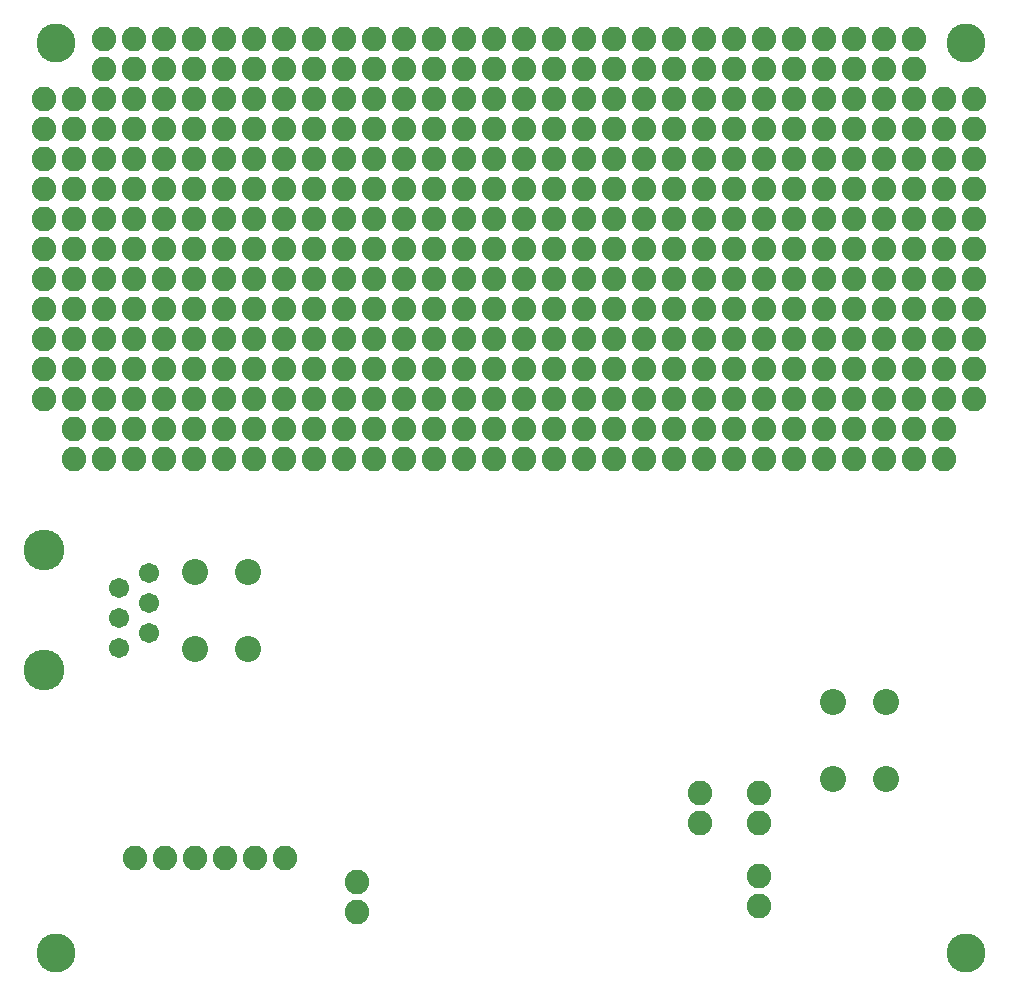
<source format=gbs>
G04*
G04 #@! TF.GenerationSoftware,Altium Limited,CircuitStudio,1.5.1 (13)*
G04*
G04 Layer_Color=8150272*
%FSLAX25Y25*%
%MOIN*%
G70*
G01*
G75*
%ADD96C,0.06706*%
%ADD97C,0.13595*%
%ADD98C,0.08200*%
%ADD99C,0.13005*%
%ADD100C,0.08674*%
D96*
X430512Y511122D02*
D03*
X440512Y516122D02*
D03*
X430512Y521122D02*
D03*
X440512Y526122D02*
D03*
X430512Y531122D02*
D03*
X440512Y536122D02*
D03*
D97*
X405512Y503622D02*
D03*
Y543622D02*
D03*
D98*
X615512Y574016D02*
D03*
X605512D02*
D03*
X595512D02*
D03*
X585512D02*
D03*
X575512D02*
D03*
X565512D02*
D03*
X555512D02*
D03*
X545512D02*
D03*
X465512D02*
D03*
X475512D02*
D03*
X485512D02*
D03*
X495512D02*
D03*
X505512D02*
D03*
X515512D02*
D03*
X525512D02*
D03*
X535512D02*
D03*
X455512D02*
D03*
X445512D02*
D03*
X435512D02*
D03*
X425512D02*
D03*
X415512D02*
D03*
Y584016D02*
D03*
X425512D02*
D03*
X435512D02*
D03*
X445512D02*
D03*
X455512D02*
D03*
X535512D02*
D03*
X525512D02*
D03*
X515512D02*
D03*
X505512D02*
D03*
X495512D02*
D03*
X485512D02*
D03*
X475512D02*
D03*
X465512D02*
D03*
X545512D02*
D03*
X555512D02*
D03*
X565512D02*
D03*
X575512D02*
D03*
X585512D02*
D03*
X595512D02*
D03*
X605512D02*
D03*
X615512D02*
D03*
Y624016D02*
D03*
X605512D02*
D03*
X595512D02*
D03*
X585512D02*
D03*
X575512D02*
D03*
X565512D02*
D03*
X555512D02*
D03*
X545512D02*
D03*
X465512D02*
D03*
X475512D02*
D03*
X485512D02*
D03*
X495512D02*
D03*
X505512D02*
D03*
X515512D02*
D03*
X525512D02*
D03*
X535512D02*
D03*
X455512D02*
D03*
X445512D02*
D03*
X435512D02*
D03*
X425512D02*
D03*
X415512D02*
D03*
Y614016D02*
D03*
X425512D02*
D03*
X435512D02*
D03*
X445512D02*
D03*
X455512D02*
D03*
X535512D02*
D03*
X525512D02*
D03*
X515512D02*
D03*
X505512D02*
D03*
X495512D02*
D03*
X485512D02*
D03*
X475512D02*
D03*
X465512D02*
D03*
X545512D02*
D03*
X555512D02*
D03*
X565512D02*
D03*
X575512D02*
D03*
X585512D02*
D03*
X595512D02*
D03*
X605512D02*
D03*
X615512D02*
D03*
X625512D02*
D03*
Y624016D02*
D03*
Y584016D02*
D03*
Y574016D02*
D03*
X405512Y614016D02*
D03*
Y624016D02*
D03*
X685512D02*
D03*
Y614016D02*
D03*
X675512D02*
D03*
X665512D02*
D03*
X655512D02*
D03*
X645512D02*
D03*
X635512D02*
D03*
Y624016D02*
D03*
X645512D02*
D03*
X655512D02*
D03*
X665512D02*
D03*
X675512D02*
D03*
X715512Y614016D02*
D03*
X705512D02*
D03*
X695512D02*
D03*
Y624016D02*
D03*
X705512D02*
D03*
X715512D02*
D03*
Y684016D02*
D03*
X705512D02*
D03*
X695512D02*
D03*
Y634016D02*
D03*
X705512D02*
D03*
X715512D02*
D03*
X675512Y684016D02*
D03*
X665512D02*
D03*
X655512D02*
D03*
X645512D02*
D03*
X635512D02*
D03*
Y634016D02*
D03*
X645512D02*
D03*
X655512D02*
D03*
X665512D02*
D03*
X675512D02*
D03*
X685512D02*
D03*
Y684016D02*
D03*
X405512D02*
D03*
Y634016D02*
D03*
X625512Y684016D02*
D03*
Y634016D02*
D03*
X615512D02*
D03*
X605512D02*
D03*
X595512D02*
D03*
X585512D02*
D03*
X575512D02*
D03*
X565512D02*
D03*
X555512D02*
D03*
X545512D02*
D03*
X465512D02*
D03*
X475512D02*
D03*
X485512D02*
D03*
X495512D02*
D03*
X505512D02*
D03*
X515512D02*
D03*
X525512D02*
D03*
X535512D02*
D03*
X455512D02*
D03*
X445512D02*
D03*
X435512D02*
D03*
X425512D02*
D03*
X415512D02*
D03*
Y684016D02*
D03*
X425512D02*
D03*
X435512D02*
D03*
X445512D02*
D03*
X455512D02*
D03*
X535512D02*
D03*
X525512D02*
D03*
X515512D02*
D03*
X505512D02*
D03*
X495512D02*
D03*
X485512D02*
D03*
X475512D02*
D03*
X465512D02*
D03*
X545512D02*
D03*
X555512D02*
D03*
X565512D02*
D03*
X575512D02*
D03*
X585512D02*
D03*
X595512D02*
D03*
X605512D02*
D03*
X615512D02*
D03*
X695512Y704016D02*
D03*
Y694016D02*
D03*
X705512D02*
D03*
X715512D02*
D03*
X675512Y704016D02*
D03*
X665512D02*
D03*
X655512D02*
D03*
X645512D02*
D03*
X635512D02*
D03*
Y694016D02*
D03*
X645512D02*
D03*
X655512D02*
D03*
X665512D02*
D03*
X675512D02*
D03*
X685512D02*
D03*
Y704016D02*
D03*
X405512Y694016D02*
D03*
X625512Y704016D02*
D03*
Y694016D02*
D03*
X615512D02*
D03*
X605512D02*
D03*
X595512D02*
D03*
X585512D02*
D03*
X575512D02*
D03*
X565512D02*
D03*
X555512D02*
D03*
X545512D02*
D03*
X465512D02*
D03*
X475512D02*
D03*
X485512D02*
D03*
X495512D02*
D03*
X505512D02*
D03*
X515512D02*
D03*
X525512D02*
D03*
X535512D02*
D03*
X455512D02*
D03*
X445512D02*
D03*
X435512D02*
D03*
X425512D02*
D03*
X415512D02*
D03*
X425512Y704016D02*
D03*
X435512D02*
D03*
X445512D02*
D03*
X455512D02*
D03*
X535512D02*
D03*
X525512D02*
D03*
X515512D02*
D03*
X505512D02*
D03*
X495512D02*
D03*
X485512D02*
D03*
X475512D02*
D03*
X465512D02*
D03*
X545512D02*
D03*
X555512D02*
D03*
X565512D02*
D03*
X575512D02*
D03*
X585512D02*
D03*
X595512D02*
D03*
X605512D02*
D03*
X615512D02*
D03*
X715512Y604016D02*
D03*
X705512D02*
D03*
X695512D02*
D03*
Y594016D02*
D03*
X705512D02*
D03*
X715512D02*
D03*
X675512Y604016D02*
D03*
X665512D02*
D03*
X655512D02*
D03*
X645512D02*
D03*
X635512D02*
D03*
Y594016D02*
D03*
X645512D02*
D03*
X655512D02*
D03*
X665512D02*
D03*
X675512D02*
D03*
X685512D02*
D03*
Y604016D02*
D03*
X405512D02*
D03*
Y594016D02*
D03*
X625512Y604016D02*
D03*
Y594016D02*
D03*
X615512D02*
D03*
X605512D02*
D03*
X595512D02*
D03*
X585512D02*
D03*
X575512D02*
D03*
X565512D02*
D03*
X555512D02*
D03*
X545512D02*
D03*
X465512D02*
D03*
X475512D02*
D03*
X485512D02*
D03*
X495512D02*
D03*
X505512D02*
D03*
X515512D02*
D03*
X525512D02*
D03*
X535512D02*
D03*
X455512D02*
D03*
X445512D02*
D03*
X435512D02*
D03*
X425512D02*
D03*
X415512D02*
D03*
Y604016D02*
D03*
X425512D02*
D03*
X435512D02*
D03*
X445512D02*
D03*
X455512D02*
D03*
X535512D02*
D03*
X525512D02*
D03*
X515512D02*
D03*
X505512D02*
D03*
X495512D02*
D03*
X485512D02*
D03*
X475512D02*
D03*
X465512D02*
D03*
X545512D02*
D03*
X555512D02*
D03*
X565512D02*
D03*
X575512D02*
D03*
X585512D02*
D03*
X595512D02*
D03*
X605512D02*
D03*
X615512D02*
D03*
X695512Y714016D02*
D03*
X635512D02*
D03*
X645512D02*
D03*
X655512D02*
D03*
X665512D02*
D03*
X675512D02*
D03*
X685512D02*
D03*
X625512D02*
D03*
X615512D02*
D03*
X605512D02*
D03*
X595512D02*
D03*
X585512D02*
D03*
X575512D02*
D03*
X565512D02*
D03*
X555512D02*
D03*
X545512D02*
D03*
X465512D02*
D03*
X475512D02*
D03*
X485512D02*
D03*
X495512D02*
D03*
X505512D02*
D03*
X515512D02*
D03*
X525512D02*
D03*
X535512D02*
D03*
X455512D02*
D03*
X445512D02*
D03*
X435512D02*
D03*
X425512D02*
D03*
X695512Y584016D02*
D03*
X685512D02*
D03*
X675512D02*
D03*
X665512D02*
D03*
X655512D02*
D03*
X645512D02*
D03*
X635512D02*
D03*
Y574016D02*
D03*
X645512D02*
D03*
X655512D02*
D03*
X665512D02*
D03*
X675512D02*
D03*
X685512D02*
D03*
X695512D02*
D03*
X705512D02*
D03*
Y584016D02*
D03*
X415512Y674016D02*
D03*
X425512D02*
D03*
X435512D02*
D03*
X445512D02*
D03*
X455512D02*
D03*
X535512D02*
D03*
X525512D02*
D03*
X515512D02*
D03*
X505512D02*
D03*
X495512D02*
D03*
X485512D02*
D03*
X475512D02*
D03*
X465512D02*
D03*
X545512D02*
D03*
X555512D02*
D03*
X565512D02*
D03*
X575512D02*
D03*
X585512D02*
D03*
X595512D02*
D03*
X605512D02*
D03*
X615512D02*
D03*
X625512D02*
D03*
X405512D02*
D03*
X685512D02*
D03*
X675512D02*
D03*
X665512D02*
D03*
X655512D02*
D03*
X645512D02*
D03*
X635512D02*
D03*
X715512D02*
D03*
X705512D02*
D03*
X695512D02*
D03*
X715512Y664016D02*
D03*
X705512D02*
D03*
X695512D02*
D03*
Y654016D02*
D03*
X705512D02*
D03*
X715512D02*
D03*
X675512Y664016D02*
D03*
X665512D02*
D03*
X655512D02*
D03*
X645512D02*
D03*
X635512D02*
D03*
Y654016D02*
D03*
X645512D02*
D03*
X655512D02*
D03*
X665512D02*
D03*
X675512D02*
D03*
X685512D02*
D03*
Y664016D02*
D03*
X405512D02*
D03*
Y654016D02*
D03*
X625512Y664016D02*
D03*
Y654016D02*
D03*
X615512D02*
D03*
X605512D02*
D03*
X595512D02*
D03*
X585512D02*
D03*
X575512D02*
D03*
X565512D02*
D03*
X555512D02*
D03*
X545512D02*
D03*
X465512D02*
D03*
X475512D02*
D03*
X485512D02*
D03*
X495512D02*
D03*
X505512D02*
D03*
X515512D02*
D03*
X525512D02*
D03*
X535512D02*
D03*
X455512D02*
D03*
X445512D02*
D03*
X435512D02*
D03*
X425512D02*
D03*
X415512D02*
D03*
Y664016D02*
D03*
X425512D02*
D03*
X435512D02*
D03*
X445512D02*
D03*
X455512D02*
D03*
X535512D02*
D03*
X525512D02*
D03*
X515512D02*
D03*
X505512D02*
D03*
X495512D02*
D03*
X485512D02*
D03*
X475512D02*
D03*
X465512D02*
D03*
X545512D02*
D03*
X555512D02*
D03*
X565512D02*
D03*
X575512D02*
D03*
X585512D02*
D03*
X595512D02*
D03*
X605512D02*
D03*
X615512D02*
D03*
X415512Y644016D02*
D03*
X425512D02*
D03*
X435512D02*
D03*
X445512D02*
D03*
X455512D02*
D03*
X535512D02*
D03*
X525512D02*
D03*
X515512D02*
D03*
X505512D02*
D03*
X495512D02*
D03*
X485512D02*
D03*
X475512D02*
D03*
X465512D02*
D03*
X545512D02*
D03*
X555512D02*
D03*
X565512D02*
D03*
X575512D02*
D03*
X585512D02*
D03*
X595512D02*
D03*
X605512D02*
D03*
X615512D02*
D03*
X625512D02*
D03*
X405512D02*
D03*
X685512D02*
D03*
X675512D02*
D03*
X665512D02*
D03*
X655512D02*
D03*
X645512D02*
D03*
X635512D02*
D03*
X715512D02*
D03*
X705512D02*
D03*
X695512D02*
D03*
X643701Y435197D02*
D03*
Y425197D02*
D03*
X624016Y462756D02*
D03*
Y452756D02*
D03*
X643701Y462756D02*
D03*
Y452756D02*
D03*
X509842Y423071D02*
D03*
Y433071D02*
D03*
X435630Y440945D02*
D03*
X445630D02*
D03*
X455630D02*
D03*
X465630D02*
D03*
X475630D02*
D03*
X485630D02*
D03*
D99*
X409449Y409449D02*
D03*
X712598D02*
D03*
X712598Y712598D02*
D03*
X409449D02*
D03*
D100*
X668307Y467520D02*
D03*
Y493110D02*
D03*
X686024D02*
D03*
Y467520D02*
D03*
X473425Y536417D02*
D03*
Y510827D02*
D03*
X455709D02*
D03*
Y536417D02*
D03*
M02*

</source>
